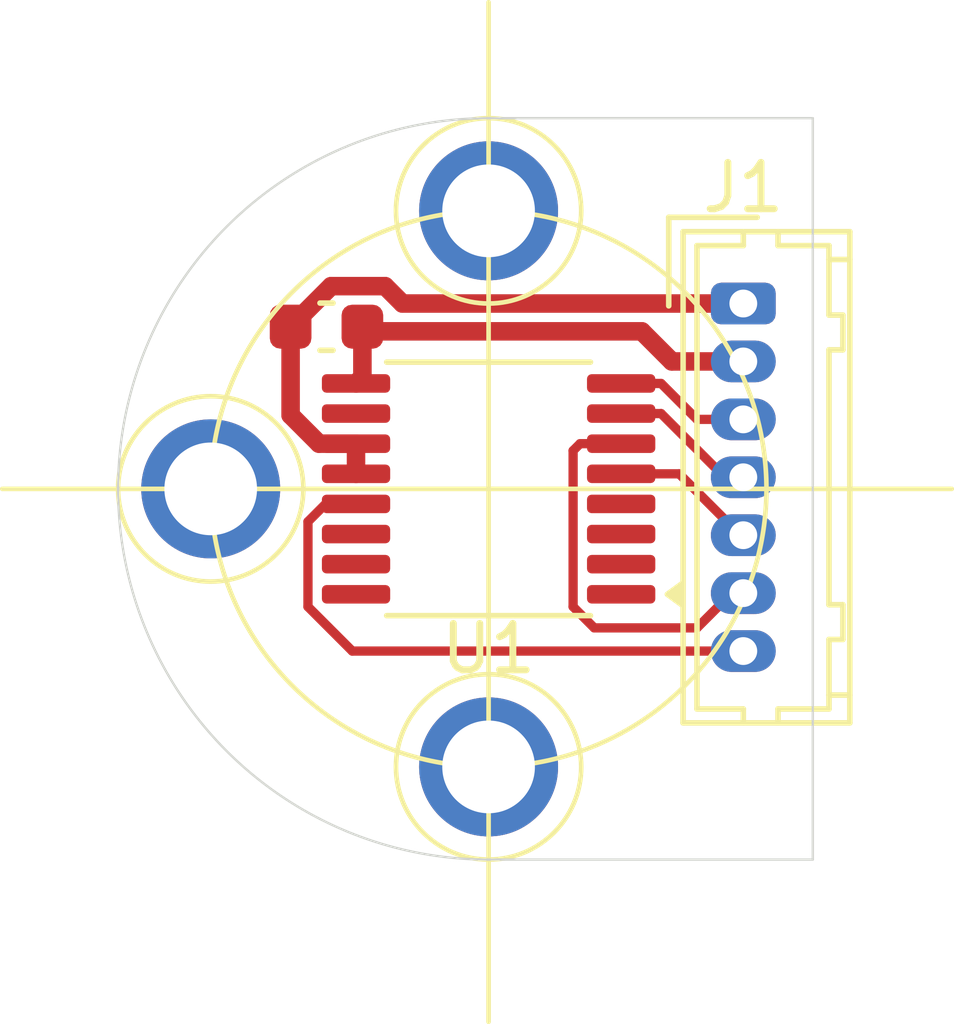
<source format=kicad_pcb>
(kicad_pcb (version 20240108) (generator "pcbnew") (generator_version "8.0")
  (layers (0 "F.Cu" signal) (31 "B.Cu" signal) (34 "B.Paste" user) (35 "F.Paste" user) (36 "B.SilkS" user "B.Silkscreen") (37 "F.SilkS" user "F.Silkscreen") (38 "B.Mask" user) (39 "F.Mask" user) (44 "Edge.Cuts" user))
  (net 0 "")
  (net 1 "GND")
  (net 2 "+3V3")
  (net 3 "/ERROR")
  (net 4 "/SPI_CLK")
  (net 5 "/NSS_ENC")
  (net 6 "/SPI_MISO")
  (net 7 "/SPI_MOSI")
  (footprint "Connector_Hirose:Hirose_DF13-07P-1.25DSA_1x07_P1.25mm_Vertical" (layer "F.Cu") (at 53.5 49 -90)
    (property "Reference" "J1" (at -2.5 0 180) (layer "F.SilkS"))
    (property "Value" "Conn_01x07")
    (fp_line (start -1.86 1.61) (end 0.05 1.61) (stroke (width 0.12)) (layer "F.SilkS"))
    (fp_line (start -1.55 1.3) (end 9.05 1.3) (stroke (width 0.12)) (layer "F.SilkS"))
    (fp_line (start 9.05 1.3) (end 9.05 -2.3) (stroke (width 0.12)) (layer "F.SilkS"))
    (fp_line (start -1.25 1) (end 8.75 1) (stroke (width 0.12)) (layer "F.SilkS"))
    (fp_line (start 8.75 1) (end 8.75 0) (stroke (width 0.12)) (layer "F.SilkS"))
    (fp_line (start -1.55 0) (end -1.25 0) (stroke (width 0.12)) (layer "F.SilkS"))
    (fp_line (start -1.25 0) (end -1.25 1) (stroke (width 0.12)) (layer "F.SilkS"))
    (fp_line (start 8.75 0) (end 9.05 0) (stroke (width 0.12)) (layer "F.SilkS"))
    (fp_line (start -1.86 -0.3) (end -1.86 1.61) (stroke (width 0.12)) (layer "F.SilkS"))
    (fp_line (start -1.55 -0.75) (end -1.25 -0.75) (stroke (width 0.12)) (layer "F.SilkS"))
    (fp_line (start -1.25 -0.75) (end -1.25 -1.85) (stroke (width 0.12)) (layer "F.SilkS"))
    (fp_line (start 8.75 -0.75) (end 8.75 -1.85) (stroke (width 0.12)) (layer "F.SilkS"))
    (fp_line (start 9.05 -0.75) (end 8.75 -0.75) (stroke (width 0.12)) (layer "F.SilkS"))
    (fp_line (start -1.25 -1.85) (end -0.95 -1.85) (stroke (width 0.12)) (layer "F.SilkS"))
    (fp_line (start -0.95 -1.85) (end 0.25 -1.85) (stroke (width 0.12)) (layer "F.SilkS"))
    (fp_line (start -0.95 -1.85) (end -0.95 -2.3) (stroke (width 0.12)) (layer "F.SilkS"))
    (fp_line (start 0.25 -1.85) (end 0.25 -2.15) (stroke (width 0.12)) (layer "F.SilkS"))
    (fp_line (start 1 -1.85) (end 6.5 -1.85) (stroke (width 0.12)) (layer "F.SilkS"))
    (fp_line (start 6.5 -1.85) (end 6.5 -2.15) (stroke (width 0.12)) (layer "F.SilkS"))
    (fp_line (start 7.25 -1.85) (end 8.45 -1.85) (stroke (width 0.12)) (layer "F.SilkS"))
    (fp_line (start 8.45 -1.85) (end 8.45 -2.3) (stroke (width 0.12)) (layer "F.SilkS"))
    (fp_line (start 8.75 -1.85) (end 8.45 -1.85) (stroke (width 0.12)) (layer "F.SilkS"))
    (fp_line (start 0.25 -2.15) (end 1 -2.15) (stroke (width 0.12)) (layer "F.SilkS"))
    (fp_line (start 1 -2.15) (end 1 -1.85) (stroke (width 0.12)) (layer "F.SilkS"))
    (fp_line (start 6.5 -2.15) (end 7.25 -2.15) (stroke (width 0.12)) (layer "F.SilkS"))
    (fp_line (start 7.25 -2.15) (end 7.25 -1.85) (stroke (width 0.12)) (layer "F.SilkS"))
    (fp_line (start -1.55 -2.3) (end -1.55 1.3) (stroke (width 0.12)) (layer "F.SilkS"))
    (fp_line (start 9.05 -2.3) (end -1.55 -2.3) (stroke (width 0.12)) (layer "F.SilkS"))
    (pad "1" thru_hole roundrect (at 0 0 270) (size 0.9 1.4) (drill 0.6) (layers "*.Cu" "*.Mask" "In1.Cu" "In2.Cu" "In3.Cu" "In4.Cu" "In5.Cu" "In6.Cu" "In7.Cu" "In8.Cu" "In9.Cu" "In10.Cu" "In11.Cu" "In12.Cu" "In13.Cu" "In14.Cu" "In15.Cu" "In16.Cu" "In17.Cu" "In18.Cu" "In19.Cu" "In20.Cu" "In21.Cu" "In22.Cu" "In23.Cu" "In24.Cu" "In25.Cu" "In26.Cu" "In27.Cu" "In28.Cu" "In29.Cu" "In30.Cu") (net 1 "GND"))
    (pad "2" thru_hole oval (at 1.25 0 270) (size 0.9 1.4) (drill 0.6) (layers "*.Cu" "*.Mask" "In1.Cu" "In2.Cu" "In3.Cu" "In4.Cu" "In5.Cu" "In6.Cu" "In7.Cu" "In8.Cu" "In9.Cu" "In10.Cu" "In11.Cu" "In12.Cu" "In13.Cu" "In14.Cu" "In15.Cu" "In16.Cu" "In17.Cu" "In18.Cu" "In19.Cu" "In20.Cu" "In21.Cu" "In22.Cu" "In23.Cu" "In24.Cu" "In25.Cu" "In26.Cu" "In27.Cu" "In28.Cu" "In29.Cu" "In30.Cu") (net 2 "+3V3"))
    (pad "3" thru_hole oval (at 2.5 0 270) (size 0.9 1.4) (drill 0.6) (layers "*.Cu" "*.Mask" "In1.Cu" "In2.Cu" "In3.Cu" "In4.Cu" "In5.Cu" "In6.Cu" "In7.Cu" "In8.Cu" "In9.Cu" "In10.Cu" "In11.Cu" "In12.Cu" "In13.Cu" "In14.Cu" "In15.Cu" "In16.Cu" "In17.Cu" "In18.Cu" "In19.Cu" "In20.Cu" "In21.Cu" "In22.Cu" "In23.Cu" "In24.Cu" "In25.Cu" "In26.Cu" "In27.Cu" "In28.Cu" "In29.Cu" "In30.Cu") (net 5 "/NSS_ENC"))
    (pad "4" thru_hole oval (at 3.75 0 270) (size 0.9 1.4) (drill 0.6) (layers "*.Cu" "*.Mask" "In1.Cu" "In2.Cu" "In3.Cu" "In4.Cu" "In5.Cu" "In6.Cu" "In7.Cu" "In8.Cu" "In9.Cu" "In10.Cu" "In11.Cu" "In12.Cu" "In13.Cu" "In14.Cu" "In15.Cu" "In16.Cu" "In17.Cu" "In18.Cu" "In19.Cu" "In20.Cu" "In21.Cu" "In22.Cu" "In23.Cu" "In24.Cu" "In25.Cu" "In26.Cu" "In27.Cu" "In28.Cu" "In29.Cu" "In30.Cu") (net 4 "/SPI_CLK"))
    (pad "5" thru_hole oval (at 5 0 270) (size 0.9 1.4) (drill 0.6) (layers "*.Cu" "*.Mask" "In1.Cu" "In2.Cu" "In3.Cu" "In4.Cu" "In5.Cu" "In6.Cu" "In7.Cu" "In8.Cu" "In9.Cu" "In10.Cu" "In11.Cu" "In12.Cu" "In13.Cu" "In14.Cu" "In15.Cu" "In16.Cu" "In17.Cu" "In18.Cu" "In19.Cu" "In20.Cu" "In21.Cu" "In22.Cu" "In23.Cu" "In24.Cu" "In25.Cu" "In26.Cu" "In27.Cu" "In28.Cu" "In29.Cu" "In30.Cu") (net 6 "/SPI_MISO"))
    (pad "6" thru_hole oval (at 6.25 0 270) (size 0.9 1.4) (drill 0.6) (layers "*.Cu" "*.Mask" "In1.Cu" "In2.Cu" "In3.Cu" "In4.Cu" "In5.Cu" "In6.Cu" "In7.Cu" "In8.Cu" "In9.Cu" "In10.Cu" "In11.Cu" "In12.Cu" "In13.Cu" "In14.Cu" "In15.Cu" "In16.Cu" "In17.Cu" "In18.Cu" "In19.Cu" "In20.Cu" "In21.Cu" "In22.Cu" "In23.Cu" "In24.Cu" "In25.Cu" "In26.Cu" "In27.Cu" "In28.Cu" "In29.Cu" "In30.Cu") (net 7 "/SPI_MOSI"))
    (pad "7" thru_hole oval (at 7.5 0 270) (size 0.9 1.4) (drill 0.6) (layers "*.Cu" "*.Mask" "In1.Cu" "In2.Cu" "In3.Cu" "In4.Cu" "In5.Cu" "In6.Cu" "In7.Cu" "In8.Cu" "In9.Cu" "In10.Cu" "In11.Cu" "In12.Cu" "In13.Cu" "In14.Cu" "In15.Cu" "In16.Cu" "In17.Cu" "In18.Cu" "In19.Cu" "In20.Cu" "In21.Cu" "In22.Cu" "In23.Cu" "In24.Cu" "In25.Cu" "In26.Cu" "In27.Cu" "In28.Cu" "In29.Cu" "In30.Cu") (net 3 "/ERROR"))
  )
  (footprint "Package_SO:TSSOP-16_4.4x5mm_P0.65mm" (layer "F.Cu") (at 48 53 180)
    (property "Reference" "U1" (at 0 -3.45 360) (layer "F.SilkS"))
    (property "Value" "AK7452")
    (fp_line (start 0 2.735) (end 2.2 2.735) (stroke (width 0.12)) (layer "F.SilkS"))
    (fp_line (start 0 2.735) (end -2.2 2.735) (stroke (width 0.12)) (layer "F.SilkS"))
    (fp_line (start 0 -2.735) (end 2.2 -2.735) (stroke (width 0.12)) (layer "F.SilkS"))
    (fp_line (start 0 -2.735) (end -2.2 -2.735) (stroke (width 0.12)) (layer "F.SilkS"))
    (fp_poly (pts (xy -3.86 -2.275) (xy -4.19 -2.515) (xy -4.19 -2.035) (xy -3.86 -2.275)) (stroke (width 0.12)) (fill solid) (layer "F.SilkS"))
    (pad "1" smd roundrect (at -2.8625 -2.275 180) (size 1.475 0.4) (layers "F.Cu" "F.Paste" "F.Mask"))
    (pad "2" smd roundrect (at -2.8625 -1.625 180) (size 1.475 0.4) (layers "F.Cu" "F.Paste" "F.Mask"))
    (pad "3" smd roundrect (at -2.8625 -0.975 180) (size 1.475 0.4) (layers "F.Cu" "F.Paste" "F.Mask"))
    (pad "4" smd roundrect (at -2.8625 -0.325 180) (size 1.475 0.4) (layers "F.Cu" "F.Paste" "F.Mask"))
    (pad "5" smd roundrect (at -2.8625 0.325 180) (size 1.475 0.4) (layers "F.Cu" "F.Paste" "F.Mask") (net 6 "/SPI_MISO"))
    (pad "6" smd roundrect (at -2.8625 0.975 180) (size 1.475 0.4) (layers "F.Cu" "F.Paste" "F.Mask") (net 7 "/SPI_MOSI"))
    (pad "7" smd roundrect (at -2.8625 1.625 180) (size 1.475 0.4) (layers "F.Cu" "F.Paste" "F.Mask") (net 4 "/SPI_CLK"))
    (pad "8" smd roundrect (at -2.8625 2.275 180) (size 1.475 0.4) (layers "F.Cu" "F.Paste" "F.Mask") (net 5 "/NSS_ENC"))
    (pad "9" smd roundrect (at 2.8625 2.275 180) (size 1.475 0.4) (layers "F.Cu" "F.Paste" "F.Mask") (net 2 "+3V3"))
    (pad "10" smd roundrect (at 2.8625 1.625 180) (size 1.475 0.4) (layers "F.Cu" "F.Paste" "F.Mask"))
    (pad "11" smd roundrect (at 2.8625 0.975 180) (size 1.475 0.4) (layers "F.Cu" "F.Paste" "F.Mask") (net 1 "GND"))
    (pad "12" smd roundrect (at 2.8625 0.325 180) (size 1.475 0.4) (layers "F.Cu" "F.Paste" "F.Mask") (net 1 "GND"))
    (pad "13" smd roundrect (at 2.8625 -0.325 180) (size 1.475 0.4) (layers "F.Cu" "F.Paste" "F.Mask") (net 3 "/ERROR"))
    (pad "14" smd roundrect (at 2.8625 -0.975 180) (size 1.475 0.4) (layers "F.Cu" "F.Paste" "F.Mask"))
    (pad "15" smd roundrect (at 2.8625 -1.625 180) (size 1.475 0.4) (layers "F.Cu" "F.Paste" "F.Mask"))
    (pad "16" smd roundrect (at 2.8625 -2.275 180) (size 1.475 0.4) (layers "F.Cu" "F.Paste" "F.Mask"))
  )
  (footprint "Capacitor_SMD:C_0603_1608Metric" (layer "F.Cu") (at 44.5 49.5 180)
    (property "Reference" "C1" (hide yes))
    (property "Value" "C")
    (fp_line (start -0.14058 0.51) (end 0.14058 0.51) (stroke (width 0.12)) (layer "F.SilkS"))
    (fp_line (start -0.14058 -0.51) (end 0.14058 -0.51) (stroke (width 0.12)) (layer "F.SilkS"))
    (pad "1" smd roundrect (at -0.775 0 180) (size 0.9 0.95) (layers "F.Cu" "F.Paste" "F.Mask") (net 2 "+3V3"))
    (pad "2" smd roundrect (at 0.775 0 180) (size 0.9 0.95) (layers "F.Cu" "F.Paste" "F.Mask") (net 1 "GND"))
  )
  (gr_line (start 37.5 53) (end 58 53) (stroke (width 0.1)) (layer "F.SilkS"))
  (gr_circle (center 48 59) (end 50 59) (stroke (width 0.1)) (fill none) (layer "F.SilkS"))
  (gr_line (start 48 42.5) (end 48 64.5) (stroke (width 0.1)) (layer "F.SilkS"))
  (gr_circle (center 48 47) (end 46 47) (stroke (width 0.1)) (fill none) (layer "F.SilkS"))
  (gr_circle (center 48 53) (end 54 53) (stroke (width 0.1)) (fill none) (layer "F.SilkS"))
  (gr_circle (center 42 53) (end 44 53) (stroke (width 0.1)) (fill none) (layer "F.SilkS"))
  (gr_line (start 55 45) (end 55 61) (stroke (width 0.05)) (layer "Edge.Cuts"))
  (gr_arc (start 48 61) (mid 40 53) (end 48 45) (stroke (width 0.05)) (layer "Edge.Cuts"))
  (gr_line (start 55 61) (end 48 61) (stroke (width 0.05)) (layer "Edge.Cuts"))
  (gr_line (start 55 45) (end 48 45) (stroke (width 0.05)) (layer "Edge.Cuts"))
  (via (at 48 59) (size 3) (drill 2) (layers "F.Cu" "B.Cu") (net 0))
  (via (at 48 47) (size 3) (drill 2) (layers "F.Cu" "B.Cu") (net 0))
  (via (at 42 53) (size 3) (drill 2) (layers "F.Cu" "B.Cu") (net 0))
  (segment (start 43.725 51.409878) (end 44.340122 52.025) (width 0.4) (layer "F.Cu") (net 1))
  (segment (start 46.140118 49) (end 53.5 49) (width 0.4) (layer "F.Cu") (net 1))
  (segment (start 43.725 49.5) (end 44.6 48.625) (width 0.4) (layer "F.Cu") (net 1))
  (segment (start 43.725 49.5) (end 43.725 51.409878) (width 0.4) (layer "F.Cu") (net 1))
  (segment (start 44.6 48.625) (end 45.765118 48.625) (width 0.4) (layer "F.Cu") (net 1))
  (segment (start 45.765118 48.625) (end 46.140118 49) (width 0.4) (layer "F.Cu") (net 1))
  (segment (start 45.1375 52.675) (end 45.1375 52.025) (width 0.4) (layer "F.Cu") (net 1))
  (segment (start 44.340122 52.025) (end 45.1375 52.025) (width 0.4) (layer "F.Cu") (net 1))
  (segment (start 51.307107 49.6) (end 45.375 49.6) (width 0.4) (layer "F.Cu") (net 2))
  (segment (start 45.275 50.5875) (end 45.1375 50.725) (width 0.4) (layer "F.Cu") (net 2))
  (segment (start 45.375 49.6) (end 45.275 49.5) (width 0.4) (layer "F.Cu") (net 2))
  (segment (start 51.957107 50.25) (end 51.307107 49.6) (width 0.4) (layer "F.Cu") (net 2))
  (segment (start 45.275 49.5) (end 45.275 50.5875) (width 0.4) (layer "F.Cu") (net 2))
  (segment (start 53.5 50.25) (end 51.957107 50.25) (width 0.4) (layer "F.Cu") (net 2))
  (segment (start 45.1375 53.325) (end 44.481544 53.325) (width 0.2) (layer "F.Cu") (net 3))
  (segment (start 44.1 55.543456) (end 45.056544 56.5) (width 0.2) (layer "F.Cu") (net 3))
  (segment (start 44.1 53.706544) (end 44.1 55.543456) (width 0.2) (layer "F.Cu") (net 3))
  (segment (start 45.056544 56.5) (end 53.5 56.5) (width 0.2) (layer "F.Cu") (net 3))
  (segment (start 44.481544 53.325) (end 44.1 53.706544) (width 0.2) (layer "F.Cu") (net 3))
  (segment (start 53.1 52.75) (end 51.725 51.375) (width 0.2) (layer "F.Cu") (net 4))
  (segment (start 53.5 52.75) (end 53.1 52.75) (width 0.2) (layer "F.Cu") (net 4))
  (segment (start 51.725 51.375) (end 50.8625 51.375) (width 0.2) (layer "F.Cu") (net 4))
  (segment (start 51.725 50.725) (end 52.5 51.5) (width 0.2) (layer "F.Cu") (net 5))
  (segment (start 50.8625 50.725) (end 51.725 50.725) (width 0.2) (layer "F.Cu") (net 5))
  (segment (start 52.5 51.5) (end 53.5 51.5) (width 0.2) (layer "F.Cu") (net 5))
  (segment (start 53.43934 54) (end 53.5 54) (width 0.2) (layer "F.Cu") (net 6))
  (segment (start 52.11434 52.675) (end 53.43934 54) (width 0.2) (layer "F.Cu") (net 6))
  (segment (start 50.8625 52.675) (end 52.11434 52.675) (width 0.2) (layer "F.Cu") (net 6))
  (segment (start 49.825 55.543456) (end 50.281544 56) (width 0.2) (layer "F.Cu") (net 7))
  (segment (start 49.825 52.175) (end 49.825 55.543456) (width 0.2) (layer "F.Cu") (net 7))
  (segment (start 52.5 56) (end 53.25 55.25) (width 0.2) (layer "F.Cu") (net 7))
  (segment (start 50.8625 52.025) (end 49.975 52.025) (width 0.2) (layer "F.Cu") (net 7))
  (segment (start 53.25 55.25) (end 53.5 55.25) (width 0.2) (layer "F.Cu") (net 7))
  (segment (start 50.281544 56) (end 52.5 56) (width 0.2) (layer "F.Cu") (net 7))
  (segment (start 49.975 52.025) (end 49.825 52.175) (width 0.2) (layer "F.Cu") (net 7))
)
</source>
